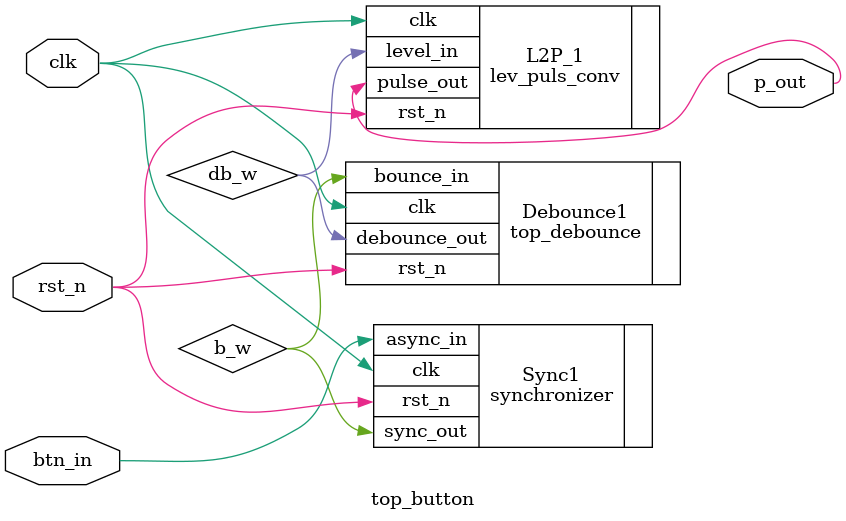
<source format=v>
module top_button(btn_in, clk, rst_n, p_out);
//This is the wrapper or top module for push button it includes synchronizer debouncer and level 2 pulse convertor

input btn_in, clk, rst_n;
output p_out;

wire b_w, db_w;
 
synchronizer Sync1(.async_in(btn_in), .clk(clk), .rst_n(rst_n), .sync_out(b_w));

top_debounce Debounce1(.bounce_in(b_w), .clk(clk), .rst_n(rst_n), .debounce_out(db_w));

lev_puls_conv L2P_1(.clk(clk), .rst_n(rst_n), .level_in(db_w), .pulse_out(p_out));
endmodule

</source>
